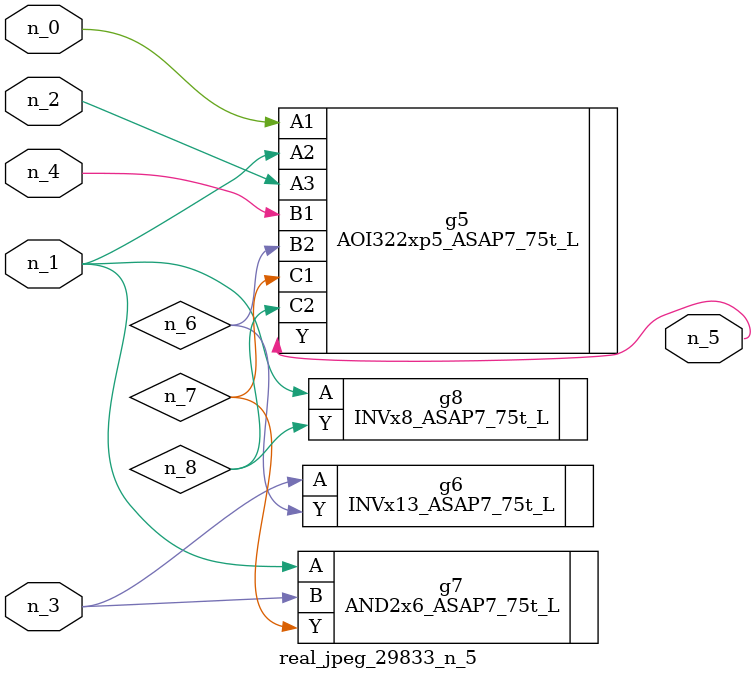
<source format=v>
module real_jpeg_29833_n_5 (n_4, n_0, n_1, n_2, n_3, n_5);

input n_4;
input n_0;
input n_1;
input n_2;
input n_3;

output n_5;

wire n_8;
wire n_6;
wire n_7;

AOI322xp5_ASAP7_75t_L g5 ( 
.A1(n_0),
.A2(n_1),
.A3(n_2),
.B1(n_4),
.B2(n_6),
.C1(n_7),
.C2(n_8),
.Y(n_5)
);

AND2x6_ASAP7_75t_L g7 ( 
.A(n_1),
.B(n_3),
.Y(n_7)
);

INVx8_ASAP7_75t_L g8 ( 
.A(n_1),
.Y(n_8)
);

INVx13_ASAP7_75t_L g6 ( 
.A(n_3),
.Y(n_6)
);


endmodule
</source>
